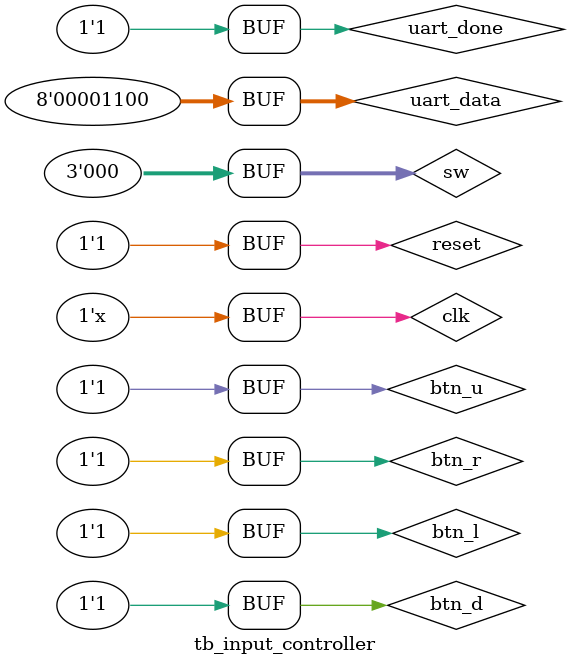
<source format=v>
`timescale 1ns / 1ps

module tb_input_controller ();

    reg        clk;
    reg        reset;
    reg        btn_r;
    reg        btn_l;
    reg        btn_u;
    reg        btn_d;
    reg  [2:0] sw;
    reg  [7:0] uart_data;
    reg        uart_done;

    wire       o_btn_r;
    wire       o_btn_l;
    wire       o_btn_u;
    wire       o_btn_d;
    wire       o_sw_0;
    wire       o_sw_1;
    wire       o_sw_2;

    top_decorder_input_controller dut (

        .clk(clk),
        .reset(reset),
        .btn_r(btn_r),
        .btn_l(btn_l),
        .btn_u(btn_u),
        .btn_d(btn_d),
        .sw(sw),
        .uart_data(uart_data),
        .uart_done(uart_done),

        .o_btn_r(o_btn_r),
        .o_btn_l(o_btn_l),
        .o_btn_u(o_btn_u),
        .o_btn_d(o_btn_d),
        .o_sw_0 (o_sw_0),
        .o_sw_1 (o_sw_1),
        .o_sw_2 (o_sw_2)

    );

    always #5 clk = ~clk;

    initial begin
        #0;
        clk       = 0;
        reset     = 0;
        btn_r     = 0;
        btn_l     = 0;
        btn_u     = 0;
        btn_d     = 0;
        sw        = 3'b000;
        uart_data = 8'b00000000;
        uart_done = 0;

        #10;
        reset = 1;

        #10;
        sw = 3'b100;
        btn_r = 1;
        uart_data = 8'b01000000;
        uart_done = 1;

        #100;
        sw = 3'b010;
        btn_l = 1;
        uart_data = 8'b00100000;
        uart_done = 1;

        #100;
        sw = 3'b001;
        btn_u = 1;
        uart_data = 8'b00010000;
        uart_done = 1;

        #100;
        sw = 3'b000;
        btn_r = 1;
        btn_l = 1;
        uart_data = 8'b01100000;
        uart_done = 1;

        #100;
        sw = 3'b000;
        btn_d = 1;
        btn_u = 1;
        uart_data = 8'b00001100;
    end
endmodule

</source>
